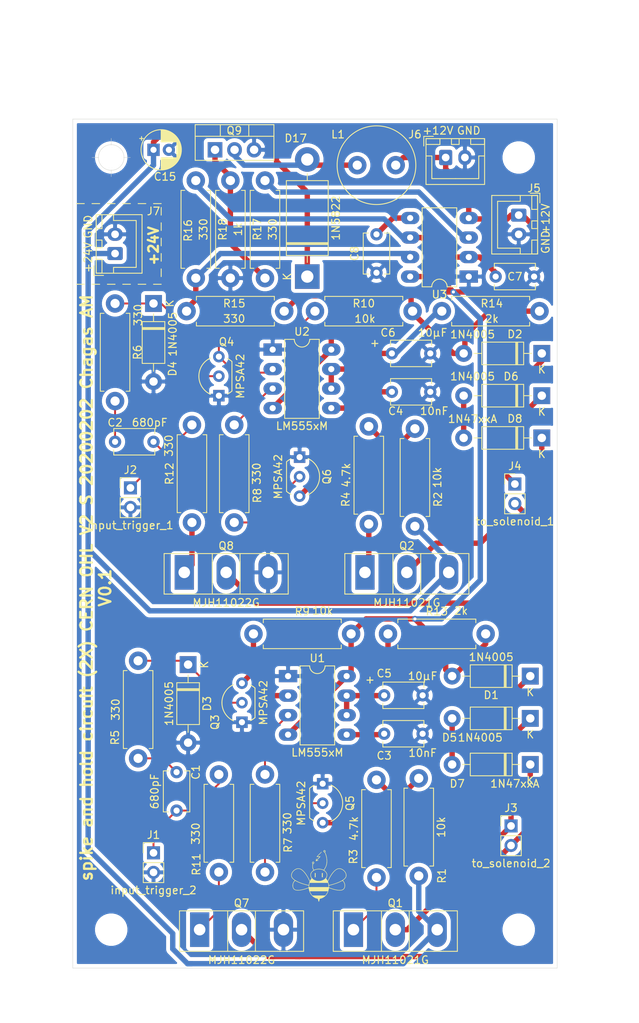
<source format=kicad_pcb>
(kicad_pcb (version 20171130) (host pcbnew "(5.1.7)-1")
  (layers (0 F.Cu signal) (31 B.Cu signal) (34 B.Paste user) (35 F.Paste user) (36 B.SilkS user) (37 F.SilkS user) (38 B.Mask user) (39 F.Mask user) (44 Edge.Cuts user))
  (net 0 "")
  (net 1 "Net-(C1-Pad1)")
  (net 2 input_trigger2)
  (net 3 "Net-(C2-Pad1)")
  (net 4 input_trigger1)
  (net 5 "Net-(C3-Pad2)")
  (net 6 GND)
  (net 7 "Net-(C4-Pad2)")
  (net 8 "Net-(C5-Pad1)")
  (net 9 "Net-(C6-Pad1)")
  (net 10 +24V)
  (net 11 +12V)
  (net 12 "Net-(D1-Pad1)")
  (net 13 "Net-(D2-Pad1)")
  (net 14 "Net-(D3-Pad1)")
  (net 15 "Net-(D4-Pad1)")
  (net 16 "Net-(D5-Pad2)")
  (net 17 "Net-(D6-Pad2)")
  (net 18 "Net-(D7-Pad1)")
  (net 19 "Net-(D8-Pad1)")
  (net 20 "Net-(Q1-Pad1)")
  (net 21 "Net-(Q2-Pad1)")
  (net 22 "Net-(Q7-Pad1)")
  (net 23 "Net-(Q8-Pad1)")
  (net 24 "Net-(Q5-Pad3)")
  (net 25 "Net-(Q6-Pad3)")
  (net 26 timed_trigger2)
  (net 27 "Net-(Q5-Pad2)")
  (net 28 "Net-(Q6-Pad2)")
  (net 29 timed_trigger1)
  (net 30 "Net-(Q3-Pad3)")
  (net 31 "Net-(Q4-Pad3)")
  (net 32 "Net-(R15-Pad2)")
  (net 33 "Net-(C7-Pad2)")
  (net 34 "Net-(C8-Pad2)")
  (net 35 "Net-(D17-Pad2)")
  (net 36 "Net-(Q9-Pad1)")
  (net 37 "Net-(R17-Pad1)")
  (module Inductor_THT:L_Radial_D10.0mm_P5.00mm_Neosid_SD12_style3 (layer F.Cu) (at 146 38.5 180)
    (fp_text reference L1 (at 7.5 4) (layer F.SilkS))
    (fp_text value 33µH)
    (pad 2 thru_hole circle (at 5 0 180) (size 2.4 2.4) (drill 1.2) (layers *.Cu *.Mask) (net 35 "Net-(D17-Pad2)"))
    (pad 1 thru_hole circle (at 0 0 180) (size 2.4 2.4) (drill 1.2) (layers *.Cu *.Mask) (net 11 +12V))
  )
  (module logo-beehive:logo-beehive-7_2х6_7mm (layer F.Cu) (at 136 131)
    (fp_text reference G*** hide)
    (fp_text value LOGO hide)
  )
  (module Connector_JST:JST_XH_B2B-XH-A_1x02_P2.50mm_Vertical (layer F.Cu) (at 109.5 50 90)
    (fp_text reference J7 (at 5.5 5 180) (layer F.SilkS))
    (fp_text value Conn_01x02)
    (pad 2 thru_hole oval (at 2.5 0 90) (size 1.7 2) (drill 1) (layers *.Cu *.Mask) (net 6 GND))
    (pad 1 thru_hole roundrect (at 0 0 90) (size 1.7 2) (drill 1) (layers *.Cu *.Mask) (roundrect_rratio 0.1470588235294118) (net 10 +24V))
  )
  (module Resistor_THT:R_Axial_DIN0411_L9.9mm_D3.6mm_P12.70mm_Horizontal (layer F.Cu) (at 131.5 57.5 180)
    (fp_text reference R15 (at 6.5 1) (layer F.SilkS))
    (fp_text value 330 (at 6.5 -1) (layer F.SilkS))
    (pad 1 thru_hole circle (at 0 0 180) (size 2.4 2.4) (drill 1.2) (layers *.Cu *.Mask) (net 11 +12V))
    (pad 2 thru_hole oval (at 12.7 0 180) (size 2.4 2.4) (drill 1.2) (layers *.Cu *.Mask) (net 32 "Net-(R15-Pad2)"))
  )
  (module Capacitor_THT:CP_Radial_D5.0mm_P2.00mm (layer F.Cu) (at 114.5 36.5)
    (fp_text reference C15 (at 1.5 3.5) (layer F.SilkS))
    (fp_text value 22µF)
    (pad 2 thru_hole circle (at 2 0) (size 1.6 1.6) (drill 0.8) (layers *.Cu *.Mask) (net 6 GND))
    (pad 1 thru_hole rect (at 0 0) (size 1.6 1.6) (drill 0.8) (layers *.Cu *.Mask) (net 10 +24V))
  )
  (module Package_DIP:DIP-8_W7.62mm_LongPads (layer F.Cu) (at 155.5 53 180)
    (fp_text reference U3 (at 3.81 -2.33) (layer F.SilkS))
    (fp_text value LM555xM)
    (pad 8 thru_hole oval (at 7.62 0 180) (size 2.4 1.6) (drill 0.8) (layers *.Cu *.Mask) (net 11 +12V))
    (pad 4 thru_hole oval (at 0 7.62 180) (size 2.4 1.6) (drill 0.8) (layers *.Cu *.Mask) (net 11 +12V))
    (pad 7 thru_hole oval (at 7.62 2.54 180) (size 2.4 1.6) (drill 0.8) (layers *.Cu *.Mask) (net 32 "Net-(R15-Pad2)"))
    (pad 3 thru_hole oval (at 0 5.08 180) (size 2.4 1.6) (drill 0.8) (layers *.Cu *.Mask) (net 37 "Net-(R17-Pad1)"))
    (pad 6 thru_hole oval (at 7.62 5.08 180) (size 2.4 1.6) (drill 0.8) (layers *.Cu *.Mask) (net 33 "Net-(C7-Pad2)"))
    (pad 2 thru_hole oval (at 0 2.54 180) (size 2.4 1.6) (drill 0.8) (layers *.Cu *.Mask) (net 33 "Net-(C7-Pad2)"))
    (pad 5 thru_hole oval (at 7.62 7.62 180) (size 2.4 1.6) (drill 0.8) (layers *.Cu *.Mask) (net 34 "Net-(C8-Pad2)"))
    (pad 1 thru_hole rect (at 0 0 180) (size 2.4 1.6) (drill 0.8) (layers *.Cu *.Mask) (net 6 GND))
  )
  (module Resistor_THT:R_Axial_DIN0411_L9.9mm_D3.6mm_P12.70mm_Horizontal (layer F.Cu) (at 124.5 40.5 270)
    (fp_text reference R18 (at 6.35 1 90) (layer F.SilkS))
    (fp_text value 1k (at 6.35 -1 90) (layer F.SilkS))
    (pad 2 thru_hole oval (at 12.7 0 270) (size 2.4 2.4) (drill 1.2) (layers *.Cu *.Mask) (net 6 GND))
    (pad 1 thru_hole circle (at 0 0 270) (size 2.4 2.4) (drill 1.2) (layers *.Cu *.Mask) (net 36 "Net-(Q9-Pad1)"))
  )
  (module Resistor_THT:R_Axial_DIN0411_L9.9mm_D3.6mm_P12.70mm_Horizontal (layer F.Cu) (at 129 40.5 270)
    (fp_text reference R17 (at 6.35 1 90) (layer F.SilkS))
    (fp_text value 330 (at 6.35 -1 90) (layer F.SilkS))
    (pad 2 thru_hole oval (at 12.7 0 270) (size 2.4 2.4) (drill 1.2) (layers *.Cu *.Mask) (net 36 "Net-(Q9-Pad1)"))
    (pad 1 thru_hole circle (at 0 0 270) (size 2.4 2.4) (drill 1.2) (layers *.Cu *.Mask) (net 37 "Net-(R17-Pad1)"))
  )
  (module Package_TO_SOT_THT:TO-220-3_Vertical (layer F.Cu) (at 122.5 36.5)
    (fp_text reference Q9 (at 2.5 -2.5) (layer F.SilkS))
    (fp_text value IRFZ24NPBF)
    (pad 3 thru_hole oval (at 5.08 0) (size 1.905 2) (drill 1.1) (layers *.Cu *.Mask) (net 6 GND))
    (pad 2 thru_hole oval (at 2.54 0) (size 1.905 2) (drill 1.1) (layers *.Cu *.Mask) (net 35 "Net-(D17-Pad2)"))
    (pad 1 thru_hole rect (at 0 0) (size 1.905 2) (drill 1.1) (layers *.Cu *.Mask) (net 36 "Net-(Q9-Pad1)"))
  )
  (module Connector_JST:JST_XH_B2B-XH-A_1x02_P2.50mm_Vertical (layer F.Cu) (at 152.5 37.5)
    (fp_text reference J6 (at -4 -3) (layer F.SilkS))
    (fp_text value Conn_01x02)
    (pad 2 thru_hole oval (at 2.5 0) (size 1.7 2) (drill 1) (layers *.Cu *.Mask) (net 6 GND))
    (pad 1 thru_hole roundrect (at 0 0) (size 1.7 2) (drill 1) (layers *.Cu *.Mask) (roundrect_rratio 0.1470588235294118) (net 11 +12V))
  )
  (module Connector_JST:JST_XH_B2B-XH-A_1x02_P2.50mm_Vertical (layer F.Cu) (at 162 45 270)
    (fp_text reference J5 (at -3.5 -2 180) (layer F.SilkS))
    (fp_text value Conn_01x02)
    (pad 2 thru_hole oval (at 2.5 0 270) (size 1.7 2) (drill 1) (layers *.Cu *.Mask) (net 6 GND))
    (pad 1 thru_hole roundrect (at 0 0 270) (size 1.7 2) (drill 1) (layers *.Cu *.Mask) (roundrect_rratio 0.1470588235294118) (net 11 +12V))
  )
  (module Capacitor_THT:C_Disc_D5.1mm_W3.2mm_P5.00mm (layer F.Cu) (at 143.5 52.5 90)
    (fp_text reference C8 (at 2.5 -2.85 90) (layer F.SilkS))
    (fp_text value 10nF)
    (pad 2 thru_hole circle (at 5 0 90) (size 1.6 1.6) (drill 0.8) (layers *.Cu *.Mask) (net 34 "Net-(C8-Pad2)"))
    (pad 1 thru_hole circle (at 0 0 90) (size 1.6 1.6) (drill 0.8) (layers *.Cu *.Mask) (net 6 GND))
  )
  (module Capacitor_THT:C_Disc_D5.1mm_W3.2mm_P5.00mm (layer F.Cu) (at 164 53 180)
    (fp_text reference C7 (at 2.5 0) (layer F.SilkS))
    (fp_text value 10nF)
    (pad 2 thru_hole circle (at 5 0 180) (size 1.6 1.6) (drill 0.8) (layers *.Cu *.Mask) (net 33 "Net-(C7-Pad2)"))
    (pad 1 thru_hole circle (at 0 0 180) (size 1.6 1.6) (drill 0.8) (layers *.Cu *.Mask) (net 6 GND))
  )
  (module MountingHole:MountingHole_3.2mm_M3 (layer F.Cu) (at 162 37.5)
    (fp_text reference H3)
    (fp_text value MountingHole hide)
    (pad 1 np_thru_hole circle (at 0 0) (size 3.2 3.2) (drill 3.2) (layers *.Cu *.Mask))
  )
  (module Diode_THT:D_DO-41_SOD81_P10.16mm_Horizontal (layer F.Cu) (at 114.5 56.5 270)
    (fp_text reference D4 (at 8.5 -2.47 90) (layer F.SilkS))
    (fp_text value 1N4005 (at 4 -2.5 90) (layer F.SilkS))
    (fp_text user K (at 0 -2.1 90) (layer F.SilkS))
    (pad 1 thru_hole rect (at 0 0 270) (size 2.2 2.2) (drill 1.1) (layers *.Cu *.Mask) (net 15 "Net-(D4-Pad1)"))
    (pad 2 thru_hole oval (at 10.16 0 270) (size 2.2 2.2) (drill 1.1) (layers *.Cu *.Mask) (net 6 GND))
  )
  (module Capacitor_THT:C_Disc_D5.1mm_W3.2mm_P5.00mm (layer F.Cu) (at 117.5 117.5 270)
    (fp_text reference C1 (at 0 -2.5 90) (layer F.SilkS))
    (fp_text value 680pF (at 2.5 2.85 90) (layer F.SilkS))
    (pad 1 thru_hole circle (at 0 0 270) (size 1.6 1.6) (drill 0.8) (layers *.Cu *.Mask) (net 1 "Net-(C1-Pad1)"))
    (pad 2 thru_hole circle (at 5 0 270) (size 1.6 1.6) (drill 0.8) (layers *.Cu *.Mask) (net 2 input_trigger2))
  )
  (module Capacitor_THT:C_Disc_D5.1mm_W3.2mm_P5.00mm (layer F.Cu) (at 109.5 74.5)
    (fp_text reference C2 (at 0 -2.5) (layer F.SilkS))
    (fp_text value 680pF (at 4.5 -2.5) (layer F.SilkS))
    (pad 1 thru_hole circle (at 0 0) (size 1.6 1.6) (drill 0.8) (layers *.Cu *.Mask) (net 3 "Net-(C2-Pad1)"))
    (pad 2 thru_hole circle (at 5 0) (size 1.6 1.6) (drill 0.8) (layers *.Cu *.Mask) (net 4 input_trigger1))
  )
  (module Capacitor_THT:C_Disc_D5.1mm_W3.2mm_P5.00mm (layer F.Cu) (at 149.5 112.5 180)
    (fp_text reference C3 (at 5 -2.85) (layer F.SilkS))
    (fp_text value 10nF (at 0 -2.5) (layer F.SilkS))
    (pad 2 thru_hole circle (at 5 0 180) (size 1.6 1.6) (drill 0.8) (layers *.Cu *.Mask) (net 5 "Net-(C3-Pad2)"))
    (pad 1 thru_hole circle (at 0 0 180) (size 1.6 1.6) (drill 0.8) (layers *.Cu *.Mask) (net 6 GND))
  )
  (module Capacitor_THT:C_Disc_D5.1mm_W3.2mm_P5.00mm (layer F.Cu) (at 150.5 68 180)
    (fp_text reference C4 (at 4.5 -2.5) (layer F.SilkS))
    (fp_text value 10nF (at -0.5 -2.5) (layer F.SilkS))
    (pad 2 thru_hole circle (at 5 0 180) (size 1.6 1.6) (drill 0.8) (layers *.Cu *.Mask) (net 7 "Net-(C4-Pad2)"))
    (pad 1 thru_hole circle (at 0 0 180) (size 1.6 1.6) (drill 0.8) (layers *.Cu *.Mask) (net 6 GND))
  )
  (module Capacitor_THT:C_Disc_D5.1mm_W3.2mm_P5.00mm (layer F.Cu) (at 144.5 107.5)
    (fp_text reference C5 (at 0 -2.85) (layer F.SilkS))
    (fp_text value 10µF (at 5 -2.5) (layer F.SilkS))
    (pad 1 thru_hole circle (at 0 0) (size 1.6 1.6) (drill 0.8) (layers *.Cu *.Mask) (net 8 "Net-(C5-Pad1)"))
    (pad 2 thru_hole circle (at 5 0) (size 1.6 1.6) (drill 0.8) (layers *.Cu *.Mask) (net 6 GND))
  )
  (module Capacitor_THT:C_Disc_D5.1mm_W3.2mm_P5.00mm (layer F.Cu) (at 145.5 63)
    (fp_text reference C6 (at -0.5 -2.7) (layer F.SilkS))
    (fp_text value 10µF (at 5.3 -2.7) (layer F.SilkS))
    (pad 2 thru_hole circle (at 5 0) (size 1.6 1.6) (drill 0.8) (layers *.Cu *.Mask) (net 6 GND))
    (pad 1 thru_hole circle (at 0 0) (size 1.6 1.6) (drill 0.8) (layers *.Cu *.Mask) (net 9 "Net-(C6-Pad1)"))
  )
  (module Diode_THT:D_DO-41_SOD81_P10.16mm_Horizontal (layer F.Cu) (at 163.5 105 180)
    (fp_text reference D1 (at 5.08 -2.47) (layer F.SilkS))
    (fp_text value 1N4005 (at 5.08 2.47) (layer F.SilkS))
    (fp_text user K (at 0 -2.1) (layer F.SilkS))
    (pad 2 thru_hole oval (at 10.16 0 180) (size 2.2 2.2) (drill 1.1) (layers *.Cu *.Mask) (net 11 +12V))
    (pad 1 thru_hole rect (at 0 0 180) (size 2.2 2.2) (drill 1.1) (layers *.Cu *.Mask) (net 12 "Net-(D1-Pad1)"))
  )
  (module Diode_THT:D_DO-41_SOD81_P10.16mm_Horizontal (layer F.Cu) (at 165 63 180)
    (fp_text reference D2 (at 3.5 2.5) (layer F.SilkS))
    (fp_text value 1N4005 (at 9 2.47) (layer F.SilkS))
    (fp_text user K (at 0 -2.1) (layer F.SilkS))
    (pad 1 thru_hole rect (at 0 0 180) (size 2.2 2.2) (drill 1.1) (layers *.Cu *.Mask) (net 13 "Net-(D2-Pad1)"))
    (pad 2 thru_hole oval (at 10.16 0 180) (size 2.2 2.2) (drill 1.1) (layers *.Cu *.Mask) (net 11 +12V))
  )
  (module Diode_THT:D_DO-41_SOD81_P10.16mm_Horizontal (layer F.Cu) (at 119 103.5 270)
    (fp_text reference D3 (at 5.08 -2.47 90) (layer F.SilkS))
    (fp_text value 1N4005 (at 5.08 2.47 90) (layer F.SilkS))
    (fp_text user K (at 0 -2.1 90) (layer F.SilkS))
    (pad 2 thru_hole oval (at 10.16 0 270) (size 2.2 2.2) (drill 1.1) (layers *.Cu *.Mask) (net 6 GND))
    (pad 1 thru_hole rect (at 0 0 270) (size 2.2 2.2) (drill 1.1) (layers *.Cu *.Mask) (net 14 "Net-(D3-Pad1)"))
  )
  (module Diode_THT:D_DO-41_SOD81_P10.16mm_Horizontal (layer F.Cu) (at 163.5 110.5 180)
    (fp_text reference D5 (at 10.5 -2.5) (layer F.SilkS))
    (fp_text value 1N4005 (at 6.5 -2.5) (layer F.SilkS))
    (fp_text user K (at 0 -2.1) (layer F.SilkS))
    (pad 2 thru_hole oval (at 10.16 0 180) (size 2.2 2.2) (drill 1.1) (layers *.Cu *.Mask) (net 16 "Net-(D5-Pad2)"))
    (pad 1 thru_hole rect (at 0 0 180) (size 2.2 2.2) (drill 1.1) (layers *.Cu *.Mask) (net 12 "Net-(D1-Pad1)"))
  )
  (module Diode_THT:D_DO-41_SOD81_P10.16mm_Horizontal (layer F.Cu) (at 165 68.5 180)
    (fp_text reference D6 (at 4 2.5) (layer F.SilkS))
    (fp_text value 1N4005 (at 9 2.5) (layer F.SilkS))
    (fp_text user K (at 0 -2.1) (layer F.SilkS))
    (pad 2 thru_hole oval (at 10.16 0 180) (size 2.2 2.2) (drill 1.1) (layers *.Cu *.Mask) (net 17 "Net-(D6-Pad2)"))
    (pad 1 thru_hole rect (at 0 0 180) (size 2.2 2.2) (drill 1.1) (layers *.Cu *.Mask) (net 13 "Net-(D2-Pad1)"))
  )
  (module Diode_THT:D_DO-41_SOD81_P10.16mm_Horizontal (layer F.Cu) (at 163.5 116.5 180)
    (fp_text reference D7 (at 9.5 -2.5) (layer F.SilkS))
    (fp_text value 1N47xxA (at 2 -2.5) (layer F.SilkS))
    (fp_text user K (at 0 -2.1) (layer F.SilkS))
    (pad 1 thru_hole rect (at 0 0 180) (size 2.2 2.2) (drill 1.1) (layers *.Cu *.Mask) (net 18 "Net-(D7-Pad1)"))
    (pad 2 thru_hole oval (at 10.16 0 180) (size 2.2 2.2) (drill 1.1) (layers *.Cu *.Mask) (net 16 "Net-(D5-Pad2)"))
  )
  (module Diode_THT:D_DO-41_SOD81_P10.16mm_Horizontal (layer F.Cu) (at 165 74 180)
    (fp_text reference D8 (at 3.5 2.5) (layer F.SilkS))
    (fp_text value 1N47xxA (at 9 2.47) (layer F.SilkS))
    (fp_text user K (at 0 -2.1) (layer F.SilkS))
    (pad 2 thru_hole oval (at 10.16 0 180) (size 2.2 2.2) (drill 1.1) (layers *.Cu *.Mask) (net 17 "Net-(D6-Pad2)"))
    (pad 1 thru_hole rect (at 0 0 180) (size 2.2 2.2) (drill 1.1) (layers *.Cu *.Mask) (net 19 "Net-(D8-Pad1)"))
  )
  (module Diode_THT:D_DO-201AD_P15.24mm_Horizontal (layer F.Cu) (at 134.5 53 90)
    (fp_text reference D17 (at 18 -1.5 180) (layer F.SilkS))
    (fp_text value 1N5822 (at 7.62 3.72 90) (layer F.SilkS))
    (fp_text user K (at 0 -2.6 90) (layer F.SilkS))
    (pad 1 thru_hole rect (at 0 0 90) (size 3.2 3.2) (drill 1.6) (layers *.Cu *.Mask) (net 10 +24V))
    (pad 2 thru_hole oval (at 15.24 0 90) (size 3.2 3.2) (drill 1.6) (layers *.Cu *.Mask) (net 35 "Net-(D17-Pad2)"))
  )
  (module Connector_PinHeader_2.54mm:PinHeader_1x02_P2.54mm_Vertical (layer F.Cu) (at 114.5 128)
    (fp_text reference J1 (at 0 -2.33) (layer F.SilkS))
    (fp_text value input_trigger_2 (at 0 4.87) (layer F.SilkS))
    (pad 1 thru_hole rect (at 0 0) (size 1.7 1.7) (drill 1) (layers *.Cu *.Mask) (net 2 input_trigger2))
    (pad 2 thru_hole oval (at 0 2.54) (size 1.7 1.7) (drill 1) (layers *.Cu *.Mask) (net 6 GND))
  )
  (module Connector_PinHeader_2.54mm:PinHeader_1x02_P2.54mm_Vertical (layer F.Cu) (at 111.5 80.5)
    (fp_text reference J2 (at 0 -2.33) (layer F.SilkS))
    (fp_text value input_trigger_1 (at 0 4.87) (layer F.SilkS))
    (pad 1 thru_hole rect (at 0 0) (size 1.7 1.7) (drill 1) (layers *.Cu *.Mask) (net 4 input_trigger1))
    (pad 2 thru_hole oval (at 0 2.54) (size 1.7 1.7) (drill 1) (layers *.Cu *.Mask) (net 6 GND))
  )
  (module Connector_PinHeader_2.54mm:PinHeader_1x02_P2.54mm_Vertical (layer F.Cu) (at 161 124.5)
    (fp_text reference J3 (at 0 -2.33) (layer F.SilkS))
    (fp_text value to_solenoid_2 (at 0 4.87) (layer F.SilkS))
    (pad 1 thru_hole rect (at 0 0) (size 1.7 1.7) (drill 1) (layers *.Cu *.Mask) (net 12 "Net-(D1-Pad1)"))
    (pad 2 thru_hole oval (at 0 2.54) (size 1.7 1.7) (drill 1) (layers *.Cu *.Mask) (net 18 "Net-(D7-Pad1)"))
  )
  (module Connector_PinHeader_2.54mm:PinHeader_1x02_P2.54mm_Vertical (layer F.Cu) (at 161.5 80)
    (fp_text reference J4 (at 0 -2.33) (layer F.SilkS))
    (fp_text value to_solenoid_1 (at 0 4.87) (layer F.SilkS))
    (pad 2 thru_hole oval (at 0 2.54) (size 1.7 1.7) (drill 1) (layers *.Cu *.Mask) (net 19 "Net-(D8-Pad1)"))
    (pad 1 thru_hole rect (at 0 0) (size 1.7 1.7) (drill 1) (layers *.Cu *.Mask) (net 13 "Net-(D2-Pad1)"))
  )
  (module Package_TO_SOT_THT:TO-247-3_Vertical (layer F.Cu) (at 140.5 138)
    (fp_text reference Q1 (at 5.45 -3.45) (layer F.SilkS))
    (fp_text value MJH11021G (at 5.45 3.95) (layer F.SilkS))
    (pad 3 thru_hole oval (at 10.9 0) (size 2.5 4.5) (drill 1.5) (layers *.Cu *.Mask) (net 10 +24V))
    (pad 2 thru_hole oval (at 5.45 0) (size 2.5 4.5) (drill 1.5) (layers *.Cu *.Mask) (net 12 "Net-(D1-Pad1)"))
    (pad 1 thru_hole rect (at 0 0) (size 2.5 4.5) (drill 1.5) (layers *.Cu *.Mask) (net 20 "Net-(Q1-Pad1)"))
  )
  (module Package_TO_SOT_THT:TO-247-3_Vertical (layer F.Cu) (at 142 91.5)
    (fp_text reference Q2 (at 5.45 -3.45) (layer F.SilkS))
    (fp_text value MJH11021G (at 5.45 3.95) (layer F.SilkS))
    (pad 1 thru_hole rect (at 0 0) (size 2.5 4.5) (drill 1.5) (layers *.Cu *.Mask) (net 21 "Net-(Q2-Pad1)"))
    (pad 2 thru_hole oval (at 5.45 0) (size 2.5 4.5) (drill 1.5) (layers *.Cu *.Mask) (net 13 "Net-(D2-Pad1)"))
    (pad 3 thru_hole oval (at 10.9 0) (size 2.5 4.5) (drill 1.5) (layers *.Cu *.Mask) (net 10 +24V))
  )
  (module Package_TO_SOT_THT:TO-247-3_Vertical (layer F.Cu) (at 120.5 138)
    (fp_text reference Q7 (at 5.45 -3.45) (layer F.SilkS))
    (fp_text value MJH11022G (at 5.45 3.95) (layer F.SilkS))
    (pad 3 thru_hole oval (at 10.9 0) (size 2.5 4.5) (drill 1.5) (layers *.Cu *.Mask) (net 6 GND))
    (pad 2 thru_hole oval (at 5.45 0) (size 2.5 4.5) (drill 1.5) (layers *.Cu *.Mask) (net 18 "Net-(D7-Pad1)"))
    (pad 1 thru_hole rect (at 0 0) (size 2.5 4.5) (drill 1.5) (layers *.Cu *.Mask) (net 22 "Net-(Q7-Pad1)"))
  )
  (module Package_TO_SOT_THT:TO-247-3_Vertical (layer F.Cu) (at 118.5 91.5)
    (fp_text reference Q8 (at 5.45 -3.45) (layer F.SilkS))
    (fp_text value MJH11022G (at 5.45 3.95) (layer F.SilkS))
    (pad 3 thru_hole oval (at 10.9 0) (size 2.5 4.5) (drill 1.5) (layers *.Cu *.Mask) (net 6 GND))
    (pad 2 thru_hole oval (at 5.45 0) (size 2.5 4.5) (drill 1.5) (layers *.Cu *.Mask) (net 19 "Net-(D8-Pad1)"))
    (pad 1 thru_hole rect (at 0 0) (size 2.5 4.5) (drill 1.5) (layers *.Cu *.Mask) (net 23 "Net-(Q8-Pad1)"))
  )
  (module Resistor_THT:R_Axial_DIN0411_L9.9mm_D3.6mm_P12.70mm_Horizontal (layer F.Cu) (at 149 131 90)
    (fp_text reference R1 (at 0 3 90) (layer F.SilkS))
    (fp_text value 10k (at 6.35 2.92 90) (layer F.SilkS))
    (pad 1 thru_hole circle (at 0 0 90) (size 2.4 2.4) (drill 1.2) (layers *.Cu *.Mask) (net 10 +24V))
    (pad 2 thru_hole oval (at 12.7 0 90) (size 2.4 2.4) (drill 1.2) (layers *.Cu *.Mask) (net 24 "Net-(Q5-Pad3)"))
  )
  (module Resistor_THT:R_Axial_DIN0411_L9.9mm_D3.6mm_P12.70mm_Horizontal (layer F.Cu) (at 148.5 85.5 90)
    (fp_text reference R2 (at 3.5 3 90) (layer F.SilkS))
    (fp_text value 10k (at 6.35 2.92 90) (layer F.SilkS))
    (pad 2 thru_hole oval (at 12.7 0 90) (size 2.4 2.4) (drill 1.2) (layers *.Cu *.Mask) (net 25 "Net-(Q6-Pad3)"))
    (pad 1 thru_hole circle (at 0 0 90) (size 2.4 2.4) (drill 1.2) (layers *.Cu *.Mask) (net 10 +24V))
  )
  (module Resistor_THT:R_Axial_DIN0411_L9.9mm_D3.6mm_P12.70mm_Horizontal (layer F.Cu) (at 143.5 118.5 270)
    (fp_text reference R3 (at 10 3 90) (layer F.SilkS))
    (fp_text value 4.7k (at 6.35 2.92 90) (layer F.SilkS))
    (pad 2 thru_hole oval (at 12.7 0 270) (size 2.4 2.4) (drill 1.2) (layers *.Cu *.Mask) (net 20 "Net-(Q1-Pad1)"))
    (pad 1 thru_hole circle (at 0 0 270) (size 2.4 2.4) (drill 1.2) (layers *.Cu *.Mask) (net 24 "Net-(Q5-Pad3)"))
  )
  (module Resistor_THT:R_Axial_DIN0411_L9.9mm_D3.6mm_P12.70mm_Horizontal (layer F.Cu) (at 142.5 72.5 270)
    (fp_text reference R4 (at 9.5 3 90) (layer F.SilkS))
    (fp_text value 4.7k (at 6.35 2.92 90) (layer F.SilkS))
    (pad 1 thru_hole circle (at 0 0 270) (size 2.4 2.4) (drill 1.2) (layers *.Cu *.Mask) (net 25 "Net-(Q6-Pad3)"))
    (pad 2 thru_hole oval (at 12.7 0 270) (size 2.4 2.4) (drill 1.2) (layers *.Cu *.Mask) (net 21 "Net-(Q2-Pad1)"))
  )
  (module Resistor_THT:R_Axial_DIN0411_L9.9mm_D3.6mm_P12.70mm_Horizontal (layer F.Cu) (at 112.5 103 270)
    (fp_text reference R5 (at 10 3 90) (layer F.SilkS))
    (fp_text value 330 (at 6.35 2.92 90) (layer F.SilkS))
    (pad 2 thru_hole oval (at 12.7 0 270) (size 2.4 2.4) (drill 1.2) (layers *.Cu *.Mask) (net 1 "Net-(C1-Pad1)"))
    (pad 1 thru_hole circle (at 0 0 270) (size 2.4 2.4) (drill 1.2) (layers *.Cu *.Mask) (net 14 "Net-(D3-Pad1)"))
  )
  (module Resistor_THT:R_Axial_DIN0411_L9.9mm_D3.6mm_P12.70mm_Horizontal (layer F.Cu) (at 109.5 56.5 270)
    (fp_text reference R6 (at 6.35 -2.92 90) (layer F.SilkS))
    (fp_text value 330 (at 1.5 -3 90) (layer F.SilkS))
    (pad 1 thru_hole circle (at 0 0 270) (size 2.4 2.4) (drill 1.2) (layers *.Cu *.Mask) (net 15 "Net-(D4-Pad1)"))
    (pad 2 thru_hole oval (at 12.7 0 270) (size 2.4 2.4) (drill 1.2) (layers *.Cu *.Mask) (net 3 "Net-(C2-Pad1)"))
  )
  (module Resistor_THT:R_Axial_DIN0411_L9.9mm_D3.6mm_P12.70mm_Horizontal (layer F.Cu) (at 129 130.5 90)
    (fp_text reference R7 (at 3.5 3 90) (layer F.SilkS))
    (fp_text value 330 (at 6.35 2.92 90) (layer F.SilkS))
    (pad 2 thru_hole oval (at 12.7 0 90) (size 2.4 2.4) (drill 1.2) (layers *.Cu *.Mask) (net 26 timed_trigger2))
    (pad 1 thru_hole circle (at 0 0 90) (size 2.4 2.4) (drill 1.2) (layers *.Cu *.Mask) (net 27 "Net-(Q5-Pad2)"))
  )
  (module Resistor_THT:R_Axial_DIN0411_L9.9mm_D3.6mm_P12.70mm_Horizontal (layer F.Cu) (at 125 85 90)
    (fp_text reference R8 (at 3.5 3 90) (layer F.SilkS))
    (fp_text value 330 (at 6.35 2.92 90) (layer F.SilkS))
    (pad 1 thru_hole circle (at 0 0 90) (size 2.4 2.4) (drill 1.2) (layers *.Cu *.Mask) (net 28 "Net-(Q6-Pad2)"))
    (pad 2 thru_hole oval (at 12.7 0 90) (size 2.4 2.4) (drill 1.2) (layers *.Cu *.Mask) (net 29 timed_trigger1))
  )
  (module Resistor_THT:R_Axial_DIN0411_L9.9mm_D3.6mm_P12.70mm_Horizontal (layer F.Cu) (at 127.5 99.5)
    (fp_text reference R9 (at 6.35 -2.92) (layer F.SilkS))
    (fp_text value 10k (at 9 -3) (layer F.SilkS))
    (pad 1 thru_hole circle (at 0 0) (size 2.4 2.4) (drill 1.2) (layers *.Cu *.Mask) (net 30 "Net-(Q3-Pad3)"))
    (pad 2 thru_hole oval (at 12.7 0) (size 2.4 2.4) (drill 1.2) (layers *.Cu *.Mask) (net 11 +12V))
  )
  (module Resistor_THT:R_Axial_DIN0411_L9.9mm_D3.6mm_P12.70mm_Horizontal (layer F.Cu) (at 135.5 57.5)
    (fp_text reference R10 (at 6.35 -1) (layer F.SilkS))
    (fp_text value 10k (at 6.5 1) (layer F.SilkS))
    (pad 2 thru_hole oval (at 12.7 0) (size 2.4 2.4) (drill 1.2) (layers *.Cu *.Mask) (net 11 +12V))
    (pad 1 thru_hole circle (at 0 0) (size 2.4 2.4) (drill 1.2) (layers *.Cu *.Mask) (net 31 "Net-(Q4-Pad3)"))
  )
  (module Resistor_THT:R_Axial_DIN0411_L9.9mm_D3.6mm_P12.70mm_Horizontal (layer F.Cu) (at 123 130.5 90)
    (fp_text reference R11 (at 1 -2.92 90) (layer F.SilkS))
    (fp_text value 330 (at 5 -3 90) (layer F.SilkS))
    (pad 1 thru_hole circle (at 0 0 90) (size 2.4 2.4) (drill 1.2) (layers *.Cu *.Mask) (net 22 "Net-(Q7-Pad1)"))
    (pad 2 thru_hole oval (at 12.7 0 90) (size 2.4 2.4) (drill 1.2) (layers *.Cu *.Mask) (net 2 input_trigger2))
  )
  (module Resistor_THT:R_Axial_DIN0411_L9.9mm_D3.6mm_P12.70mm_Horizontal (layer F.Cu) (at 119.5 85 90)
    (fp_text reference R12 (at 6.35 -2.92 90) (layer F.SilkS))
    (fp_text value 330 (at 10 -3 90) (layer F.SilkS))
    (pad 2 thru_hole oval (at 12.7 0 90) (size 2.4 2.4) (drill 1.2) (layers *.Cu *.Mask) (net 4 input_trigger1))
    (pad 1 thru_hole circle (at 0 0 90) (size 2.4 2.4) (drill 1.2) (layers *.Cu *.Mask) (net 23 "Net-(Q8-Pad1)"))
  )
  (module Resistor_THT:R_Axial_DIN0411_L9.9mm_D3.6mm_P12.70mm_Horizontal (layer F.Cu) (at 145 99.5)
    (fp_text reference R13 (at 6.35 -2.92) (layer F.SilkS))
    (fp_text value 2k (at 9.5 -3) (layer F.SilkS))
    (pad 2 thru_hole oval (at 12.7 0) (size 2.4 2.4) (drill 1.2) (layers *.Cu *.Mask) (net 11 +12V))
    (pad 1 thru_hole circle (at 0 0) (size 2.4 2.4) (drill 1.2) (layers *.Cu *.Mask) (net 8 "Net-(C5-Pad1)"))
  )
  (module Resistor_THT:R_Axial_DIN0411_L9.9mm_D3.6mm_P12.70mm_Horizontal (layer F.Cu) (at 152 57.5)
    (fp_text reference R14 (at 6.5 -1) (layer F.SilkS))
    (fp_text value 2k (at 6.5 1) (layer F.SilkS))
    (pad 1 thru_hole circle (at 0 0) (size 2.4 2.4) (drill 1.2) (layers *.Cu *.Mask) (net 9 "Net-(C6-Pad1)"))
    (pad 2 thru_hole oval (at 12.7 0) (size 2.4 2.4) (drill 1.2) (layers *.Cu *.Mask) (net 11 +12V))
  )
  (module Package_DIP:DIP-8_W7.62mm_LongPads (layer F.Cu) (at 132 105)
    (fp_text reference U1 (at 3.81 -2.33) (layer F.SilkS))
    (fp_text value LM555xM (at 3.81 9.95) (layer F.SilkS))
    (pad 1 thru_hole rect (at 0 0) (size 2.4 1.6) (drill 0.8) (layers *.Cu *.Mask) (net 6 GND))
    (pad 5 thru_hole oval (at 7.62 7.62) (size 2.4 1.6) (drill 0.8) (layers *.Cu *.Mask) (net 5 "Net-(C3-Pad2)"))
    (pad 2 thru_hole oval (at 0 2.54) (size 2.4 1.6) (drill 0.8) (layers *.Cu *.Mask) (net 30 "Net-(Q3-Pad3)"))
    (pad 6 thru_hole oval (at 7.62 5.08) (size 2.4 1.6) (drill 0.8) (layers *.Cu *.Mask) (net 8 "Net-(C5-Pad1)"))
    (pad 3 thru_hole oval (at 0 5.08) (size 2.4 1.6) (drill 0.8) (layers *.Cu *.Mask) (net 26 timed_trigger2))
    (pad 7 thru_hole oval (at 7.62 2.54) (size 2.4 1.6) (drill 0.8) (layers *.Cu *.Mask) (net 8 "Net-(C5-Pad1)"))
    (pad 4 thru_hole oval (at 0 7.62) (size 2.4 1.6) (drill 0.8) (layers *.Cu *.Mask) (net 11 +12V))
    (pad 8 thru_hole oval (at 7.62 0) (size 2.4 1.6) (drill 0.8) (layers *.Cu *.Mask) (net 11 +12V))
  )
  (module Package_DIP:DIP-8_W7.62mm_LongPads (layer F.Cu) (at 130 62.5)
    (fp_text reference U2 (at 3.81 -2.33) (layer F.SilkS))
    (fp_text value LM555xM (at 3.81 9.95) (layer F.SilkS))
    (pad 1 thru_hole rect (at 0 0) (size 2.4 1.6) (drill 0.8) (layers *.Cu *.Mask) (net 6 GND))
    (pad 5 thru_hole oval (at 7.62 7.62) (size 2.4 1.6) (drill 0.8) (layers *.Cu *.Mask) (net 7 "Net-(C4-Pad2)"))
    (pad 2 thru_hole oval (at 0 2.54) (size 2.4 1.6) (drill 0.8) (layers *.Cu *.Mask) (net 31 "Net-(Q4-Pad3)"))
    (pad 6 thru_hole oval (at 7.62 5.08) (size 2.4 1.6) (drill 0.8) (layers *.Cu *.Mask) (net 9 "Net-(C6-Pad1)"))
    (pad 3 thru_hole oval (at 0 5.08) (size 2.4 1.6) (drill 0.8) (layers *.Cu *.Mask) (net 29 timed_trigger1))
    (pad 7 thru_hole oval (at 7.62 2.54) (size 2.4 1.6) (drill 0.8) (layers *.Cu *.Mask) (net 9 "Net-(C6-Pad1)"))
    (pad 4 thru_hole oval (at 0 7.62) (size 2.4 1.6) (drill 0.8) (layers *.Cu *.Mask) (net 11 +12V))
    (pad 8 thru_hole oval (at 7.62 0) (size 2.4 1.6) (drill 0.8) (layers *.Cu *.Mask) (net 11 +12V))
  )
  (module Package_TO_SOT_THT:TO-92L_Inline_Wide (layer F.Cu) (at 126 111 90)
    (fp_text reference Q3 (at 0 -3.5 90) (layer F.SilkS))
    (fp_text value MPSA42 (at 2.54 2.79 90) (layer F.SilkS))
    (pad 2 thru_hole circle (at 2.54 0 90) (size 1.5 1.5) (drill 0.8) (layers *.Cu *.Mask) (net 14 "Net-(D3-Pad1)"))
    (pad 3 thru_hole circle (at 5.08 0 90) (size 1.5 1.5) (drill 0.8) (layers *.Cu *.Mask) (net 30 "Net-(Q3-Pad3)"))
    (pad 1 thru_hole rect (at 0 0 90) (size 1.5 1.5) (drill 0.8) (layers *.Cu *.Mask) (net 6 GND))
  )
  (module Package_TO_SOT_THT:TO-92L_Inline_Wide (layer F.Cu) (at 123 68.5 90)
    (fp_text reference Q4 (at 7 1 180) (layer F.SilkS))
    (fp_text value MPSA42 (at 2.54 2.79 90) (layer F.SilkS))
    (pad 1 thru_hole rect (at 0 0 90) (size 1.5 1.5) (drill 0.8) (layers *.Cu *.Mask) (net 6 GND))
    (pad 3 thru_hole circle (at 5.08 0 90) (size 1.5 1.5) (drill 0.8) (layers *.Cu *.Mask) (net 31 "Net-(Q4-Pad3)"))
    (pad 2 thru_hole circle (at 2.54 0 90) (size 1.5 1.5) (drill 0.8) (layers *.Cu *.Mask) (net 15 "Net-(D4-Pad1)"))
  )
  (module Package_TO_SOT_THT:TO-92L_Inline_Wide (layer F.Cu) (at 136.5 119 270)
    (fp_text reference Q5 (at 2.54 -3.56 90) (layer F.SilkS))
    (fp_text value MPSA42 (at 2.54 2.79 90) (layer F.SilkS))
    (pad 1 thru_hole rect (at 0 0 270) (size 1.5 1.5) (drill 0.8) (layers *.Cu *.Mask) (net 6 GND))
    (pad 3 thru_hole circle (at 5.08 0 270) (size 1.5 1.5) (drill 0.8) (layers *.Cu *.Mask) (net 24 "Net-(Q5-Pad3)"))
    (pad 2 thru_hole circle (at 2.54 0 270) (size 1.5 1.5) (drill 0.8) (layers *.Cu *.Mask) (net 27 "Net-(Q5-Pad2)"))
  )
  (module Package_TO_SOT_THT:TO-92L_Inline_Wide (layer F.Cu) (at 133.5 76.5 270)
    (fp_text reference Q6 (at 2.54 -3.56 90) (layer F.SilkS))
    (fp_text value MPSA42 (at 2.54 2.79 90) (layer F.SilkS))
    (pad 1 thru_hole rect (at 0 0 270) (size 1.5 1.5) (drill 0.8) (layers *.Cu *.Mask) (net 6 GND))
    (pad 3 thru_hole circle (at 5.08 0 270) (size 1.5 1.5) (drill 0.8) (layers *.Cu *.Mask) (net 25 "Net-(Q6-Pad3)"))
    (pad 2 thru_hole circle (at 2.54 0 270) (size 1.5 1.5) (drill 0.8) (layers *.Cu *.Mask) (net 28 "Net-(Q6-Pad2)"))
  )
  (module Resistor_THT:R_Axial_DIN0411_L9.9mm_D3.6mm_P12.70mm_Horizontal (layer F.Cu) (at 120 40.5 270)
    (fp_text reference R16 (at 6.5 1 90) (layer F.SilkS))
    (fp_text value 330 (at 6.35 -1 90) (layer F.SilkS))
    (pad 1 thru_hole circle (at 0 0 270) (size 2.4 2.4) (drill 1.2) (layers *.Cu *.Mask) (net 33 "Net-(C7-Pad2)"))
    (pad 2 thru_hole oval (at 12.7 0 270) (size 2.4 2.4) (drill 1.2) (layers *.Cu *.Mask) (net 32 "Net-(R15-Pad2)"))
  )
  (module MountingHole:MountingHole_3.2mm_M3 (layer F.Cu) (at 109 37.5)
    (fp_text reference H1)
    (fp_text value MountingHole hide)
    (pad 1 np_thru_hole circle (at 0 0) (size 3.2 3.2) (drill 3.2) (layers *.Cu *.Mask))
  )
  (module MountingHole:MountingHole_3.2mm_M3 (layer F.Cu) (at 109 138)
    (fp_text reference H2)
    (fp_text value MountingHole hide)
    (pad 1 np_thru_hole circle (at 0 0) (size 3.2 3.2) (drill 3.2) (layers *.Cu *.Mask))
  )
  (module MountingHole:MountingHole_3.2mm_M3 (layer F.Cu) (at 162 138)
    (fp_text reference H4)
    (fp_text value MountingHole hide)
    (pad 1 np_thru_hole circle (at 0 0) (size 3.2 3.2) (drill 3.2) (layers *.Cu *.Mask))
  )
  (gr_text +24V (at 114.5 49 90) (layer F.SilkS) (effects (font (size 1.25 1.25) (thickness 0.3))))
  (gr_line (start 105.5 54) (end 104.5 54) (layer F.SilkS) (width 0.12))
  (gr_line (start 107.5 54) (end 106.5 54) (layer F.SilkS) (width 0.12))
  (gr_line (start 109.5 54) (end 108.5 54) (layer F.SilkS) (width 0.12))
  (gr_line (start 111.5 54) (end 110.5 54) (layer F.SilkS) (width 0.12))
  (gr_line (start 113.5 54) (end 112.5 54) (layer F.SilkS) (width 0.12))
  (gr_line (start 115.5 54) (end 114.5 54) (layer F.SilkS) (width 0.12))
  (gr_line (start 115.5 51) (end 115.5 50) (layer F.SilkS) (width 0.12))
  (gr_line (start 115.5 53) (end 115.5 52) (layer F.SilkS) (width 0.12))
  (gr_line (start 115.5 49) (end 115.5 48) (layer F.SilkS) (width 0.12))
  (gr_line (start 115.5 47) (end 115.5 46) (layer F.SilkS) (width 0.12))
  (gr_line (start 115.5 45) (end 115.5 44) (layer F.SilkS) (width 0.12))
  (gr_line (start 114.5 43.5) (end 115.5 43.5) (layer F.SilkS) (width 0.12))
  (gr_line (start 112.5 43.5) (end 113.5 43.5) (layer F.SilkS) (width 0.12))
  (gr_line (start 110.5 43.5) (end 111.5 43.5) (layer F.SilkS) (width 0.12))
  (gr_line (start 108.5 43.5) (end 109.5 43.5) (layer F.SilkS) (width 0.12))
  (gr_line (start 106.5 43.5) (end 107.5 43.5) (layer F.SilkS) (width 0.12))
  (gr_line (start 104.5 43.5) (end 105.5 43.5) (layer F.SilkS) (width 0.12))
  (gr_text GND (at 106 46.5 90) (layer F.SilkS) (effects (font (size 1 1))))
  (gr_text +24V (at 106 50.5 90) (layer F.SilkS) (effects (font (size 1 1))))
  (gr_text GND (at 165.5 48.5 90) (layer F.SilkS) (effects (font (size 1 1))))
  (gr_text +12V (at 165.5 45.5 90) (layer F.SilkS) (effects (font (size 1 1))))
  (gr_text GND (at 155.5 34) (layer F.SilkS) (effects (font (size 1 1))))
  (gr_text +12V (at 151.5 34) (layer F.SilkS) (effects (font (size 1 1))))
  (gr_text + (at 142.655 105.445) (layer F.SilkS) (effects (font (size 1 1))))
  (gr_text + (at 143.29 61.63) (layer F.SilkS) (effects (font (size 1 1))))
  (target plus (at 109 37.5) (size 5) (width 0.05) (layer Edge.Cuts))
  (gr_text "spike and hold circuit (2X) CERN OHL V2 S 20200202 Chagas AM\nV0.1\n" (at 107 93.5 90) (layer F.SilkS) (effects (font (size 1.5 1.5) (thickness 0.3))))
  (gr_line (start 104 143) (end 104 32.5) (layer Edge.Cuts) (width 0.05))
  (gr_line (start 167 143) (end 104 143) (layer Edge.Cuts) (width 0.05))
  (gr_line (start 167 32.5) (end 167 143) (layer Edge.Cuts) (width 0.05))
  (gr_line (start 104 32.5) (end 167 32.5) (layer Edge.Cuts) (width 0.05))
  (segment (start 115.7 115.7) (end 117.5 117.5) (width 0.25) (layer F.Cu) (net 1))
  (segment (start 112.5 115.7) (end 115.7 115.7) (width 0.25) (layer F.Cu) (net 1))
  (segment (start 114.5 125.5) (end 117.5 122.5) (width 0.25) (layer F.Cu) (net 2))
  (segment (start 114.5 128) (end 114.5 125.5) (width 0.25) (layer F.Cu) (net 2))
  (segment (start 117.5 122.5) (end 119.5 122.5) (width 0.25) (layer F.Cu) (net 2))
  (segment (start 123 119) (end 123 117.8) (width 0.25) (layer F.Cu) (net 2))
  (segment (start 119.5 122.5) (end 123 119) (width 0.25) (layer F.Cu) (net 2))
  (segment (start 109.5 70.2) (end 110.5 69.2) (width 0.25) (layer F.Cu) (net 3))
  (segment (start 109.5 74.5) (end 109.5 70.2) (width 0.25) (layer F.Cu) (net 3))
  (segment (start 119.5 72.5) (end 119.5 72.3) (width 0.25) (layer F.Cu) (net 4))
  (segment (start 114.5 74.5) (end 115.5 75.5) (width 0.25) (layer F.Cu) (net 4))
  (segment (start 116.5 75.5) (end 117 75) (width 0.25) (layer F.Cu) (net 4))
  (segment (start 115.5 75.5) (end 116.5 75.5) (width 0.25) (layer F.Cu) (net 4))
  (segment (start 117 75) (end 119.5 72.5) (width 0.25) (layer F.Cu) (net 4))
  (segment (start 111.5 80.5) (end 117 75) (width 0.25) (layer F.Cu) (net 4))
  (segment (start 144.38 112.62) (end 144.5 112.5) (width 0.7) (layer F.Cu) (net 5))
  (segment (start 139.62 112.62) (end 144.38 112.62) (width 0.7) (layer F.Cu) (net 5))
  (segment (start 137.62 70.12) (end 139.38 70.12) (width 0.7) (layer F.Cu) (net 7))
  (segment (start 141.5 68) (end 145.5 68) (width 0.7) (layer F.Cu) (net 7))
  (segment (start 139.38 70.12) (end 141.5 68) (width 0.7) (layer F.Cu) (net 7))
  (segment (start 139.62 107.54) (end 139.62 110.08) (width 0.7) (layer F.Cu) (net 8))
  (segment (start 144.46 107.54) (end 144.5 107.5) (width 0.7) (layer F.Cu) (net 8))
  (segment (start 142.04 107.54) (end 144.46 107.54) (width 0.7) (layer F.Cu) (net 8))
  (segment (start 139.62 107.54) (end 142.04 107.54) (width 0.7) (layer F.Cu) (net 8))
  (segment (start 145 104.58) (end 142.04 107.54) (width 0.7) (layer F.Cu) (net 8))
  (segment (start 145 99.5) (end 145 104.58) (width 0.7) (layer F.Cu) (net 8))
  (segment (start 137.62 67.58) (end 137.62 65.04) (width 0.7) (layer F.Cu) (net 9))
  (segment (start 142.5 63) (end 145.5 63) (width 0.7) (layer F.Cu) (net 9))
  (segment (start 140.46 65.04) (end 142.5 63) (width 0.7) (layer F.Cu) (net 9))
  (segment (start 137.62 65.04) (end 140.46 65.04) (width 0.7) (layer F.Cu) (net 9))
  (segment (start 151.5 57.5) (end 152 57.5) (width 0.7) (layer B.Cu) (net 9))
  (segment (start 146 63) (end 151.5 57.5) (width 0.7) (layer B.Cu) (net 9))
  (segment (start 145.5 63) (end 146 63) (width 0.7) (layer B.Cu) (net 9))
  (segment (start 106.5 50) (end 106 49.5) (width 0.7) (layer B.Cu) (net 10))
  (segment (start 106 50.5) (end 106.5 50) (width 0.7) (layer B.Cu) (net 10))
  (segment (start 117 138.5) (end 106 127.5) (width 0.7) (layer B.Cu) (net 10))
  (segment (start 106 88.5) (end 106 127.5) (width 0.7) (layer B.Cu) (net 10))
  (segment (start 118.92499 142.42499) (end 119.5 142.42499) (width 0.7) (layer B.Cu) (net 10))
  (segment (start 117 140.5) (end 118.92499 142.42499) (width 0.7) (layer B.Cu) (net 10))
  (segment (start 117 138.5) (end 117 140.5) (width 0.7) (layer B.Cu) (net 10))
  (segment (start 152.9 89.9) (end 148.5 85.5) (width 0.7) (layer B.Cu) (net 10))
  (segment (start 152.9 91.5) (end 152.9 89.9) (width 0.7) (layer B.Cu) (net 10))
  (segment (start 144.47501 142.42499) (end 118.92499 142.42499) (width 0.7) (layer B.Cu) (net 10))
  (segment (start 146.97501 142.42499) (end 151.4 138) (width 0.7) (layer B.Cu) (net 10))
  (segment (start 144.47501 142.42499) (end 146.97501 142.42499) (width 0.7) (layer B.Cu) (net 10))
  (segment (start 149 135.6) (end 151.4 138) (width 0.7) (layer B.Cu) (net 10))
  (segment (start 149 131) (end 149 135.6) (width 0.7) (layer B.Cu) (net 10))
  (segment (start 147.9 96.5) (end 152.9 91.5) (width 0.7) (layer B.Cu) (net 10))
  (segment (start 114 96.5) (end 147.9 96.5) (width 0.7) (layer B.Cu) (net 10))
  (segment (start 106 88.5) (end 114 96.5) (width 0.7) (layer B.Cu) (net 10))
  (segment (start 109.5 50) (end 106 50) (width 0.7) (layer B.Cu) (net 10))
  (segment (start 106 50) (end 106 88.5) (width 0.7) (layer B.Cu) (net 10))
  (segment (start 106 47) (end 106 50) (width 0.7) (layer B.Cu) (net 10))
  (segment (start 114.5 38.5) (end 106 47) (width 0.7) (layer B.Cu) (net 10))
  (segment (start 114.5 36.5) (end 114.5 38.5) (width 0.7) (layer B.Cu) (net 10))
  (segment (start 114.5 35.5) (end 114.5 36.5) (width 0.7) (layer F.Cu) (net 10))
  (segment (start 115.5 34.5) (end 114.5 35.5) (width 0.7) (layer F.Cu) (net 10))
  (segment (start 128.75237 34.5) (end 115.5 34.5) (width 0.7) (layer F.Cu) (net 10))
  (segment (start 130.5 38) (end 130.5 36.24763) (width 0.7) (layer F.Cu) (net 10))
  (segment (start 134.5 42) (end 130.5 38) (width 0.7) (layer F.Cu) (net 10))
  (segment (start 130.5 36.24763) (end 128.75237 34.5) (width 0.7) (layer F.Cu) (net 10))
  (segment (start 134.5 53) (end 134.5 42) (width 0.7) (layer F.Cu) (net 10))
  (segment (start 147.5 55) (end 148 55.5) (width 0.7) (layer F.Cu) (net 11))
  (segment (start 148 55.5) (end 148.5 55) (width 0.7) (layer F.Cu) (net 11))
  (segment (start 132 112.62) (end 139.62 105) (width 0.7) (layer F.Cu) (net 11))
  (segment (start 130 70.12) (end 137.62 62.5) (width 0.7) (layer F.Cu) (net 11))
  (via (at 153.49999 55) (size 0.8) (drill 0.4) (layers F.Cu B.Cu) (net 11))
  (segment (start 151.434315 55) (end 153.49999 55) (width 0.7) (layer F.Cu) (net 11))
  (segment (start 143.2 55) (end 151.434315 55) (width 0.7) (layer F.Cu) (net 11))
  (segment (start 137.62 62.5) (end 137.62 60.58) (width 0.7) (layer F.Cu) (net 11))
  (segment (start 148 55) (end 151.434315 55) (width 0.7) (layer F.Cu) (net 11))
  (segment (start 148 57.5) (end 148 55) (width 0.7) (layer F.Cu) (net 11))
  (segment (start 153.5 63) (end 148 57.5) (width 0.7) (layer F.Cu) (net 11))
  (segment (start 154.84 63) (end 153.5 63) (width 0.7) (layer F.Cu) (net 11))
  (segment (start 158.2 57.5) (end 164.7 57.5) (width 0.7) (layer F.Cu) (net 11))
  (segment (start 155 60.7) (end 158.2 57.5) (width 0.7) (layer F.Cu) (net 11))
  (segment (start 155 63) (end 155 60.7) (width 0.7) (layer F.Cu) (net 11))
  (segment (start 154.84 63) (end 155 63) (width 0.7) (layer F.Cu) (net 11))
  (segment (start 140.2 99.5) (end 140.2 104.42) (width 0.7) (layer F.Cu) (net 11))
  (segment (start 140.2 104.42) (end 139.62 105) (width 0.7) (layer F.Cu) (net 11))
  (segment (start 142.147817 97.552183) (end 148.5 97.552183) (width 0.7) (layer F.Cu) (net 11))
  (segment (start 140.2 99.5) (end 142.147817 97.552183) (width 0.7) (layer F.Cu) (net 11))
  (segment (start 151.947817 97.552183) (end 148.5 97.552183) (width 0.7) (layer B.Cu) (net 11))
  (segment (start 157 92.5) (end 151.947817 97.552183) (width 0.7) (layer B.Cu) (net 11))
  (segment (start 157 58.50001) (end 157 92.5) (width 0.7) (layer B.Cu) (net 11))
  (segment (start 153.49999 55) (end 157 58.50001) (width 0.7) (layer B.Cu) (net 11))
  (via (at 148.5 97.552183) (size 0.8) (drill 0.4) (layers F.Cu B.Cu) (net 11))
  (segment (start 153.5 105) (end 153.34 105) (width 0.7) (layer F.Cu) (net 11))
  (segment (start 157.7 100.8) (end 153.5 105) (width 0.7) (layer F.Cu) (net 11))
  (segment (start 157.7 99.5) (end 157.7 100.8) (width 0.7) (layer F.Cu) (net 11))
  (segment (start 152.5 101.552183) (end 148.5 97.552183) (width 0.7) (layer F.Cu) (net 11))
  (segment (start 152.5 104.16) (end 152.5 101.552183) (width 0.7) (layer F.Cu) (net 11))
  (segment (start 153.34 105) (end 152.5 104.16) (width 0.7) (layer F.Cu) (net 11))
  (segment (start 133.5 55.5) (end 137 55.5) (width 0.7) (layer F.Cu) (net 11))
  (segment (start 131.5 57.5) (end 133.5 55.5) (width 0.7) (layer F.Cu) (net 11))
  (segment (start 139.5 58.7) (end 139.35 58.85) (width 0.7) (layer F.Cu) (net 11))
  (segment (start 137.62 60.58) (end 139.35 58.85) (width 0.7) (layer F.Cu) (net 11))
  (segment (start 137 55.5) (end 139.5 58) (width 0.7) (layer F.Cu) (net 11))
  (segment (start 139.5 58) (end 139.5 58.7) (width 0.7) (layer F.Cu) (net 11))
  (segment (start 139.5 58) (end 139.85 58.35) (width 0.7) (layer F.Cu) (net 11))
  (segment (start 140 58) (end 140.1 58.1) (width 0.7) (layer F.Cu) (net 11))
  (segment (start 139.5 58) (end 140 58) (width 0.7) (layer F.Cu) (net 11))
  (segment (start 140.1 58.1) (end 143.2 55) (width 0.7) (layer F.Cu) (net 11))
  (segment (start 139.35 58.85) (end 140.1 58.1) (width 0.7) (layer F.Cu) (net 11))
  (segment (start 159.5 55) (end 153.49999 55) (width 0.7) (layer F.Cu) (net 11))
  (segment (start 164 50.5) (end 159.5 55) (width 0.7) (layer F.Cu) (net 11))
  (segment (start 164 46.5) (end 164 50.5) (width 0.7) (layer F.Cu) (net 11))
  (segment (start 162.5 45) (end 164 46.5) (width 0.7) (layer F.Cu) (net 11))
  (segment (start 162 45) (end 162.5 45) (width 0.7) (layer F.Cu) (net 11))
  (segment (start 147 37.5) (end 146 38.5) (width 0.7) (layer F.Cu) (net 11))
  (segment (start 152.5 37.5) (end 147 37.5) (width 0.7) (layer F.Cu) (net 11))
  (segment (start 151.49999 53) (end 153.49999 55) (width 0.7) (layer F.Cu) (net 11))
  (segment (start 147.88 53) (end 151.49999 53) (width 0.7) (layer F.Cu) (net 11))
  (segment (start 152.5 39) (end 155.5 42) (width 0.7) (layer F.Cu) (net 11))
  (segment (start 155.5 42) (end 155.5 45.38) (width 0.7) (layer F.Cu) (net 11))
  (segment (start 152.5 37.5) (end 152.5 39) (width 0.7) (layer F.Cu) (net 11))
  (segment (start 161 45) (end 162 45) (width 0.7) (layer F.Cu) (net 11))
  (segment (start 160.5 45.5) (end 161 45) (width 0.7) (layer F.Cu) (net 11))
  (segment (start 155.62 45.5) (end 160.5 45.5) (width 0.7) (layer F.Cu) (net 11))
  (segment (start 155.5 45.38) (end 155.62 45.5) (width 0.7) (layer F.Cu) (net 11))
  (segment (start 161 113) (end 163.5 110.5) (width 0.7) (layer F.Cu) (net 12))
  (segment (start 161 107.5) (end 163.5 105) (width 0.7) (layer F.Cu) (net 12))
  (segment (start 161 113) (end 161 107.5) (width 0.7) (layer F.Cu) (net 12))
  (segment (start 161 124.5) (end 161 113) (width 0.7) (layer F.Cu) (net 12))
  (segment (start 161 124.5) (end 151.4 134.1) (width 0.7) (layer F.Cu) (net 12))
  (segment (start 147.5 138) (end 151.4 134.1) (width 0.7) (layer F.Cu) (net 12))
  (segment (start 145.95 138) (end 147.5 138) (width 0.7) (layer F.Cu) (net 12))
  (segment (start 165 64) (end 158.5 70.5) (width 0.7) (layer F.Cu) (net 13))
  (segment (start 165 63) (end 165 64) (width 0.7) (layer F.Cu) (net 13))
  (segment (start 158.5 77) (end 161.5 80) (width 0.7) (layer F.Cu) (net 13))
  (segment (start 158.5 70.5) (end 158.5 73.5) (width 0.7) (layer F.Cu) (net 13))
  (segment (start 158.5 73.5) (end 158.5 74.5) (width 0.7) (layer F.Cu) (net 13))
  (segment (start 158.5 74.5) (end 158.5 77) (width 0.7) (layer F.Cu) (net 13))
  (segment (start 151.25 87.7) (end 147.45 91.5) (width 0.7) (layer F.Cu) (net 13))
  (segment (start 157 87.7) (end 151.25 87.7) (width 0.7) (layer F.Cu) (net 13))
  (segment (start 158.5 86.2) (end 157 87.7) (width 0.7) (layer F.Cu) (net 13))
  (segment (start 158.5 73.5) (end 158.5 86.2) (width 0.7) (layer F.Cu) (net 13))
  (segment (start 158.5 75) (end 165 68.5) (width 0.7) (layer F.Cu) (net 13))
  (segment (start 118.5 103) (end 119 103.5) (width 0.25) (layer F.Cu) (net 14))
  (segment (start 112.5 103) (end 118.5 103) (width 0.25) (layer F.Cu) (net 14))
  (segment (start 123.96 108.46) (end 119 103.5) (width 0.25) (layer F.Cu) (net 14))
  (segment (start 126 108.46) (end 123.96 108.46) (width 0.25) (layer F.Cu) (net 14))
  (segment (start 110.5 56.5) (end 114.5 56.5) (width 0.25) (layer F.Cu) (net 15))
  (segment (start 121.46 65.96) (end 123 65.96) (width 0.25) (layer F.Cu) (net 15))
  (segment (start 116.5 57.5) (end 116.5 61) (width 0.25) (layer F.Cu) (net 15))
  (segment (start 115.5 56.5) (end 116.5 57.5) (width 0.25) (layer F.Cu) (net 15))
  (segment (start 116.5 61) (end 121.46 65.96) (width 0.25) (layer F.Cu) (net 15))
  (segment (start 114.5 56.5) (end 115.5 56.5) (width 0.25) (layer F.Cu) (net 15))
  (segment (start 153.34 110.5) (end 153.34 116.5) (width 0.7) (layer F.Cu) (net 16))
  (segment (start 154.84 68.5) (end 154.84 74) (width 0.7) (layer F.Cu) (net 17))
  (segment (start 163.5 124.54) (end 163.5 116.5) (width 0.7) (layer F.Cu) (net 18))
  (segment (start 161 127.04) (end 163.5 124.54) (width 0.7) (layer F.Cu) (net 18))
  (segment (start 159 129.04) (end 161 127.04) (width 0.7) (layer F.Cu) (net 18))
  (segment (start 129.45 141.5) (end 133.5 141.5) (width 0.7) (layer F.Cu) (net 18))
  (segment (start 125.95 138) (end 129.45 141.5) (width 0.7) (layer F.Cu) (net 18))
  (segment (start 133 141.5) (end 133.5 141.5) (width 0.7) (layer F.Cu) (net 18))
  (segment (start 159 129.04) (end 158.96 129.04) (width 0.7) (layer F.Cu) (net 18))
  (segment (start 158.96 129.04) (end 155 133) (width 0.7) (layer F.Cu) (net 18))
  (segment (start 155 133) (end 155 139) (width 0.7) (layer F.Cu) (net 18))
  (segment (start 155 139) (end 152.5 141.5) (width 0.7) (layer F.Cu) (net 18))
  (segment (start 133.5 141.5) (end 152.5 141.5) (width 0.7) (layer F.Cu) (net 18))
  (segment (start 165 86.5) (end 165 74) (width 0.7) (layer F.Cu) (net 19))
  (segment (start 165 86.04) (end 161.5 82.54) (width 0.7) (layer F.Cu) (net 19))
  (segment (start 165 86.5) (end 165 86.04) (width 0.7) (layer F.Cu) (net 19))
  (segment (start 156 95.5) (end 165 86.5) (width 0.7) (layer F.Cu) (net 19))
  (segment (start 127.95 95.5) (end 156 95.5) (width 0.7) (layer F.Cu) (net 19))
  (segment (start 123.95 91.5) (end 127.95 95.5) (width 0.7) (layer F.Cu) (net 19))
  (segment (start 143.5 135) (end 140.5 138) (width 0.25) (layer F.Cu) (net 20))
  (segment (start 143.5 131.2) (end 143.5 135) (width 0.25) (layer F.Cu) (net 20))
  (segment (start 142.5 91) (end 142 91.5) (width 0.7) (layer F.Cu) (net 21))
  (segment (start 142.5 85.2) (end 142.5 91) (width 0.7) (layer F.Cu) (net 21))
  (segment (start 123 135.5) (end 120.5 138) (width 0.25) (layer F.Cu) (net 22))
  (segment (start 123 130.5) (end 123 135.5) (width 0.25) (layer F.Cu) (net 22))
  (segment (start 119.5 90.5) (end 118.5 91.5) (width 0.7) (layer F.Cu) (net 23))
  (segment (start 119.5 85) (end 119.5 90.5) (width 0.7) (layer F.Cu) (net 23))
  (segment (start 136.5 124.08) (end 143.22 124.08) (width 0.7) (layer F.Cu) (net 24))
  (segment (start 145.4 120.4) (end 145.4 121.9) (width 0.7) (layer F.Cu) (net 24))
  (segment (start 143.5 118.5) (end 145.4 120.4) (width 0.7) (layer F.Cu) (net 24))
  (segment (start 145.4 121.9) (end 149 118.3) (width 0.7) (layer F.Cu) (net 24))
  (segment (start 143.22 124.08) (end 145.4 121.9) (width 0.7) (layer F.Cu) (net 24))
  (segment (start 142.5 72.58) (end 142.5 72.5) (width 0.25) (layer F.Cu) (net 25))
  (segment (start 148.5 72.8) (end 145 76.3) (width 0.7) (layer F.Cu) (net 25))
  (segment (start 138.78 76.3) (end 133.5 81.58) (width 0.7) (layer F.Cu) (net 25))
  (segment (start 145 76.3) (end 138.78 76.3) (width 0.7) (layer F.Cu) (net 25))
  (segment (start 145 75) (end 142.5 72.5) (width 0.7) (layer F.Cu) (net 25))
  (segment (start 145 76.3) (end 145 75) (width 0.7) (layer F.Cu) (net 25))
  (segment (start 129 113.08) (end 129 117.8) (width 0.25) (layer F.Cu) (net 26))
  (segment (start 132 110.08) (end 129 113.08) (width 0.25) (layer F.Cu) (net 26))
  (segment (start 129 130.5) (end 129 126) (width 0.25) (layer F.Cu) (net 27))
  (segment (start 133.46 121.54) (end 136.5 121.54) (width 0.25) (layer F.Cu) (net 27))
  (segment (start 129 126) (end 133.46 121.54) (width 0.25) (layer F.Cu) (net 27))
  (segment (start 127.54 85) (end 133.5 79.04) (width 0.25) (layer F.Cu) (net 28))
  (segment (start 125 85) (end 127.54 85) (width 0.25) (layer F.Cu) (net 28))
  (segment (start 129.72 67.58) (end 125 72.3) (width 0.25) (layer F.Cu) (net 29))
  (segment (start 130 67.58) (end 129.72 67.58) (width 0.25) (layer F.Cu) (net 29))
  (segment (start 127.5 104.42) (end 126 105.92) (width 0.7) (layer F.Cu) (net 30))
  (segment (start 130.1 107.54) (end 132 107.54) (width 0.7) (layer F.Cu) (net 30))
  (segment (start 127.5 104.94) (end 130.1 107.54) (width 0.7) (layer F.Cu) (net 30))
  (segment (start 127.5 103) (end 127.5 104.94) (width 0.7) (layer F.Cu) (net 30))
  (segment (start 127.5 103) (end 127.5 104.42) (width 0.7) (layer F.Cu) (net 30))
  (segment (start 127.5 99.5) (end 127.5 103) (width 0.7) (layer F.Cu) (net 30))
  (segment (start 123 63.42) (end 125.08 65.5) (width 0.25) (layer F.Cu) (net 31))
  (segment (start 129.54 65.5) (end 130 65.04) (width 0.25) (layer F.Cu) (net 31))
  (segment (start 125.08 65.5) (end 129.54 65.5) (width 0.25) (layer F.Cu) (net 31))
  (segment (start 123 62) (end 123 63.42) (width 0.25) (layer F.Cu) (net 31))
  (segment (start 125 60) (end 123 62) (width 0.25) (layer F.Cu) (net 31))
  (segment (start 133 60) (end 125 60) (width 0.25) (layer F.Cu) (net 31))
  (segment (start 135.5 57.5) (end 133 60) (width 0.25) (layer F.Cu) (net 31))
  (segment (start 120 56) (end 120 53.2) (width 0.7) (layer F.Cu) (net 32))
  (segment (start 118.8 57.2) (end 120 56) (width 0.7) (layer F.Cu) (net 32))
  (segment (start 118.8 57.4) (end 118.8 57.2) (width 0.7) (layer F.Cu) (net 32))
  (segment (start 147.88 49.96) (end 147.88 50.46) (width 0.7) (layer B.Cu) (net 32))
  (segment (start 121.2 52) (end 120 53.2) (width 0.7) (layer B.Cu) (net 32))
  (segment (start 123.2 50) (end 121.2 52) (width 0.7) (layer B.Cu) (net 32))
  (segment (start 147.42 50) (end 123.2 50) (width 0.7) (layer B.Cu) (net 32))
  (segment (start 147.88 50.46) (end 147.42 50) (width 0.7) (layer B.Cu) (net 32))
  (segment (start 120 41) (end 120 40.5) (width 0.7) (layer B.Cu) (net 33))
  (segment (start 124.5 45.5) (end 120 41) (width 0.7) (layer B.Cu) (net 33))
  (segment (start 144.5 45.5) (end 124.5 45.5) (width 0.7) (layer B.Cu) (net 33))
  (segment (start 146.92 47.92) (end 144.5 45.5) (width 0.7) (layer B.Cu) (net 33))
  (segment (start 147.88 47.92) (end 146.92 47.92) (width 0.7) (layer B.Cu) (net 33))
  (segment (start 149.42 47.92) (end 147.88 47.92) (width 0.7) (layer F.Cu) (net 33))
  (segment (start 156.96 50.46) (end 151.96 50.46) (width 0.7) (layer F.Cu) (net 33))
  (segment (start 159 52.5) (end 156.96 50.46) (width 0.7) (layer F.Cu) (net 33))
  (segment (start 151.96 50.46) (end 149.42 47.92) (width 0.7) (layer F.Cu) (net 33))
  (segment (start 159 53) (end 159 52.5) (width 0.7) (layer F.Cu) (net 33))
  (segment (start 145.62 45.38) (end 147.88 45.38) (width 0.7) (layer F.Cu) (net 34))
  (segment (start 143.5 47.5) (end 145.62 45.38) (width 0.7) (layer F.Cu) (net 34))
  (segment (start 135.24 38.5) (end 134.5 37.76) (width 0.7) (layer F.Cu) (net 35))
  (segment (start 141 38.5) (end 135.24 38.5) (width 0.7) (layer F.Cu) (net 35))
  (segment (start 125.04 37.27) (end 125.04 36.5) (width 0.7) (layer B.Cu) (net 35))
  (segment (start 126.27 38.5) (end 125.04 37.27) (width 0.7) (layer B.Cu) (net 35))
  (segment (start 133.76 38.5) (end 126.27 38.5) (width 0.7) (layer B.Cu) (net 35))
  (segment (start 134.5 37.76) (end 133.76 38.5) (width 0.7) (layer B.Cu) (net 35))
  (segment (start 124.5 43.5) (end 124.5 40.5) (width 0.7) (layer F.Cu) (net 36))
  (segment (start 124.5 48.7) (end 124.5 43.5) (width 0.7) (layer F.Cu) (net 36))
  (segment (start 129 53.2) (end 124.5 48.7) (width 0.7) (layer F.Cu) (net 36))
  (segment (start 122.5 38) (end 122.5 36.5) (width 0.7) (layer F.Cu) (net 36))
  (segment (start 124.5 40) (end 122.5 38) (width 0.7) (layer F.Cu) (net 36))
  (segment (start 124.5 40.5) (end 124.5 40) (width 0.7) (layer F.Cu) (net 36))
  (segment (start 130.5 42) (end 129 40.5) (width 0.7) (layer B.Cu) (net 37))
  (segment (start 149 42) (end 130.5 42) (width 0.7) (layer B.Cu) (net 37))
  (segment (start 154.92 47.92) (end 149 42) (width 0.7) (layer B.Cu) (net 37))
  (segment (start 155.5 47.92) (end 154.92 47.92) (width 0.7) (layer B.Cu) (net 37))
  (zone (net 6) (net_name GND) (layer B.Cu) (connect_pads (clearance 0.508)) (min_thickness 0.254) (fill yes (arc_segments 32) (thermal_gap 0.508) (thermal_bridge_width 0.508))
    (polygon (pts (xy 166.5 142.5) (xy 104.5 142.5) (xy 104.5 33) (xy 166.5 33)))
  )
)
</source>
